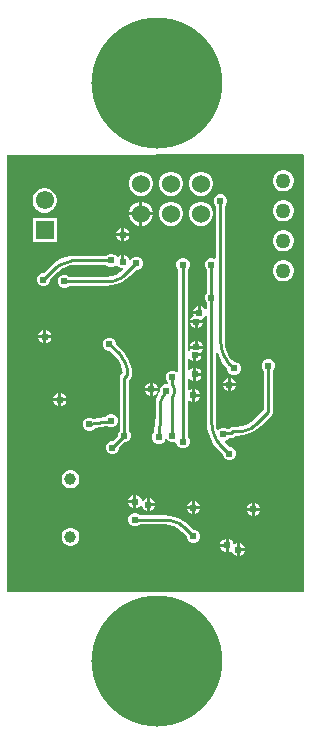
<source format=gbl>
G04*
G04 #@! TF.GenerationSoftware,Altium Limited,Altium Designer,21.7.2 (23)*
G04*
G04 Layer_Physical_Order=2*
G04 Layer_Color=16711680*
%FSLAX25Y25*%
%MOIN*%
G70*
G04*
G04 #@! TF.SameCoordinates,CA949D71-B4BB-4DE7-8204-7DD0AF16861B*
G04*
G04*
G04 #@! TF.FilePolarity,Positive*
G04*
G01*
G75*
%ADD14C,0.01000*%
%ADD15C,0.00236*%
%ADD30C,0.06102*%
%ADD31R,0.06102X0.06102*%
%ADD43C,0.43700*%
%ADD44C,0.03937*%
%ADD45C,0.06000*%
%ADD46C,0.02400*%
%ADD47C,0.05000*%
G36*
X215000Y246645D02*
Y101000D01*
X116000D01*
Y246500D01*
X214646Y246998D01*
X215000Y246645D01*
D02*
G37*
%LPC*%
G36*
X208461Y241500D02*
X207539D01*
X206649Y241262D01*
X205851Y240801D01*
X205199Y240149D01*
X204738Y239351D01*
X204500Y238461D01*
Y237539D01*
X204738Y236649D01*
X205199Y235851D01*
X205851Y235199D01*
X206649Y234738D01*
X207539Y234500D01*
X208461D01*
X209351Y234738D01*
X210149Y235199D01*
X210801Y235851D01*
X211262Y236649D01*
X211500Y237539D01*
Y238461D01*
X211262Y239351D01*
X210801Y240149D01*
X210149Y240801D01*
X209351Y241262D01*
X208461Y241500D01*
D02*
G37*
G36*
X181027Y241000D02*
X179973D01*
X178956Y240727D01*
X178044Y240201D01*
X177299Y239456D01*
X176773Y238544D01*
X176500Y237527D01*
Y236473D01*
X176773Y235456D01*
X177299Y234544D01*
X178044Y233799D01*
X178956Y233273D01*
X179973Y233000D01*
X181027D01*
X182044Y233273D01*
X182956Y233799D01*
X183701Y234544D01*
X184227Y235456D01*
X184500Y236473D01*
Y237527D01*
X184227Y238544D01*
X183701Y239456D01*
X182956Y240201D01*
X182044Y240727D01*
X181027Y241000D01*
D02*
G37*
G36*
X171027D02*
X169973D01*
X168956Y240727D01*
X168044Y240201D01*
X167299Y239456D01*
X166773Y238544D01*
X166500Y237527D01*
Y236473D01*
X166773Y235456D01*
X167299Y234544D01*
X168044Y233799D01*
X168956Y233273D01*
X169973Y233000D01*
X171027D01*
X172044Y233273D01*
X172956Y233799D01*
X173701Y234544D01*
X174227Y235456D01*
X174500Y236473D01*
Y237527D01*
X174227Y238544D01*
X173701Y239456D01*
X172956Y240201D01*
X172044Y240727D01*
X171027Y241000D01*
D02*
G37*
G36*
X161027D02*
X159973D01*
X158956Y240727D01*
X158044Y240201D01*
X157299Y239456D01*
X156773Y238544D01*
X156500Y237527D01*
Y236473D01*
X156773Y235456D01*
X157299Y234544D01*
X158044Y233799D01*
X158956Y233273D01*
X159973Y233000D01*
X161027D01*
X162044Y233273D01*
X162956Y233799D01*
X163701Y234544D01*
X164227Y235456D01*
X164500Y236473D01*
Y237527D01*
X164227Y238544D01*
X163701Y239456D01*
X162956Y240201D01*
X162044Y240727D01*
X161027Y241000D01*
D02*
G37*
G36*
Y231000D02*
X161000D01*
Y227500D01*
X164500D01*
Y227527D01*
X164227Y228544D01*
X163701Y229456D01*
X162956Y230201D01*
X162044Y230727D01*
X161027Y231000D01*
D02*
G37*
G36*
X160000D02*
X159973D01*
X158956Y230727D01*
X158044Y230201D01*
X157299Y229456D01*
X156773Y228544D01*
X156500Y227527D01*
Y227500D01*
X160000D01*
Y231000D01*
D02*
G37*
G36*
X128966Y235472D02*
X127900D01*
X126869Y235196D01*
X125945Y234663D01*
X125191Y233909D01*
X124658Y232985D01*
X124382Y231955D01*
Y230888D01*
X124658Y229857D01*
X125191Y228934D01*
X125945Y228179D01*
X126869Y227646D01*
X127900Y227370D01*
X128966D01*
X129997Y227646D01*
X130921Y228179D01*
X131675Y228934D01*
X132208Y229857D01*
X132484Y230888D01*
Y231955D01*
X132208Y232985D01*
X131675Y233909D01*
X130921Y234663D01*
X129997Y235196D01*
X128966Y235472D01*
D02*
G37*
G36*
X208461Y231500D02*
X207539D01*
X206649Y231261D01*
X205851Y230801D01*
X205199Y230149D01*
X204738Y229351D01*
X204500Y228461D01*
Y227539D01*
X204738Y226649D01*
X205199Y225851D01*
X205851Y225199D01*
X206649Y224739D01*
X207539Y224500D01*
X208461D01*
X209351Y224739D01*
X210149Y225199D01*
X210801Y225851D01*
X211262Y226649D01*
X211500Y227539D01*
Y228461D01*
X211262Y229351D01*
X210801Y230149D01*
X210149Y230801D01*
X209351Y231261D01*
X208461Y231500D01*
D02*
G37*
G36*
X181027Y231000D02*
X179973D01*
X178956Y230727D01*
X178044Y230201D01*
X177299Y229456D01*
X176773Y228544D01*
X176500Y227527D01*
Y226473D01*
X176773Y225456D01*
X177299Y224544D01*
X178044Y223799D01*
X178956Y223273D01*
X179973Y223000D01*
X181027D01*
X182044Y223273D01*
X182956Y223799D01*
X183701Y224544D01*
X184227Y225456D01*
X184500Y226473D01*
Y227527D01*
X184227Y228544D01*
X183701Y229456D01*
X182956Y230201D01*
X182044Y230727D01*
X181027Y231000D01*
D02*
G37*
G36*
X171027D02*
X169973D01*
X168956Y230727D01*
X168044Y230201D01*
X167299Y229456D01*
X166773Y228544D01*
X166500Y227527D01*
Y226473D01*
X166773Y225456D01*
X167299Y224544D01*
X168044Y223799D01*
X168956Y223273D01*
X169973Y223000D01*
X171027D01*
X172044Y223273D01*
X172956Y223799D01*
X173701Y224544D01*
X174227Y225456D01*
X174500Y226473D01*
Y227527D01*
X174227Y228544D01*
X173701Y229456D01*
X172956Y230201D01*
X172044Y230727D01*
X171027Y231000D01*
D02*
G37*
G36*
X164500Y226500D02*
X161000D01*
Y223000D01*
X161027D01*
X162044Y223273D01*
X162956Y223799D01*
X163701Y224544D01*
X164227Y225456D01*
X164500Y226473D01*
Y226500D01*
D02*
G37*
G36*
X160000D02*
X156500D01*
Y226473D01*
X156773Y225456D01*
X157299Y224544D01*
X158044Y223799D01*
X158956Y223273D01*
X159973Y223000D01*
X160000D01*
Y226500D01*
D02*
G37*
G36*
X155000Y222174D02*
Y220500D01*
X156674D01*
X156365Y221246D01*
X155746Y221865D01*
X155000Y222174D01*
D02*
G37*
G36*
X154000D02*
X153254Y221865D01*
X152635Y221246D01*
X152326Y220500D01*
X154000D01*
Y222174D01*
D02*
G37*
G36*
X156674Y219500D02*
X155000D01*
Y217826D01*
X155746Y218135D01*
X156365Y218754D01*
X156674Y219500D01*
D02*
G37*
G36*
X154000D02*
X152326D01*
X152635Y218754D01*
X153254Y218135D01*
X154000Y217826D01*
Y219500D01*
D02*
G37*
G36*
X132484Y225630D02*
X124382D01*
Y217527D01*
X132484D01*
Y225630D01*
D02*
G37*
G36*
X208461Y221500D02*
X207539D01*
X206649Y221262D01*
X205851Y220801D01*
X205199Y220149D01*
X204738Y219351D01*
X204500Y218461D01*
Y217539D01*
X204738Y216649D01*
X205199Y215851D01*
X205851Y215199D01*
X206649Y214738D01*
X207539Y214500D01*
X208461D01*
X209351Y214738D01*
X210149Y215199D01*
X210801Y215851D01*
X211262Y216649D01*
X211500Y217539D01*
Y218461D01*
X211262Y219351D01*
X210801Y220149D01*
X210149Y220801D01*
X209351Y221262D01*
X208461Y221500D01*
D02*
G37*
G36*
X150938Y213700D02*
X150062D01*
X149254Y213365D01*
X148918Y213029D01*
X138642D01*
Y213036D01*
X136838Y212894D01*
X135078Y212471D01*
X133405Y211778D01*
X131862Y210833D01*
X130485Y209657D01*
X130490Y209652D01*
X128037Y207200D01*
X127562D01*
X126754Y206865D01*
X126135Y206246D01*
X125800Y205438D01*
Y204562D01*
X126135Y203754D01*
X126754Y203135D01*
X127562Y202800D01*
X128438D01*
X129246Y203135D01*
X129865Y203754D01*
X130200Y204562D01*
Y205037D01*
X132652Y207490D01*
X132691Y207547D01*
X133925Y208560D01*
X135393Y209345D01*
X136986Y209828D01*
X138574Y209984D01*
X138642Y209971D01*
X148918D01*
X149254Y209635D01*
X150062Y209300D01*
X150938D01*
X151746Y209635D01*
X152027Y209915D01*
X152617Y209798D01*
X152635Y209754D01*
X153254Y209135D01*
X154062Y208800D01*
X154444D01*
X154623Y208300D01*
X153575Y207440D01*
X152107Y206655D01*
X150514Y206172D01*
X148926Y206016D01*
X148858Y206029D01*
X136582D01*
X136246Y206365D01*
X135438Y206700D01*
X134562D01*
X133754Y206365D01*
X133135Y205746D01*
X132800Y204938D01*
Y204062D01*
X133135Y203254D01*
X133754Y202635D01*
X134562Y202300D01*
X135438D01*
X136246Y202635D01*
X136582Y202971D01*
X148858D01*
Y202964D01*
X150662Y203106D01*
X152422Y203529D01*
X154095Y204222D01*
X155638Y205168D01*
X157015Y206343D01*
X157010Y206347D01*
X158963Y208300D01*
X159438D01*
X160246Y208635D01*
X160865Y209254D01*
X161200Y210062D01*
Y210938D01*
X160865Y211746D01*
X160246Y212365D01*
X159438Y212700D01*
X158562D01*
X157754Y212365D01*
X157135Y211746D01*
X157124Y211720D01*
X156583D01*
X156365Y212246D01*
X155746Y212865D01*
X155000Y213174D01*
Y211000D01*
X154000D01*
Y213174D01*
X153254Y212865D01*
X152973Y212584D01*
X152383Y212702D01*
X152365Y212746D01*
X151746Y213365D01*
X150938Y213700D01*
D02*
G37*
G36*
X187454Y233500D02*
X186579D01*
X185770Y233165D01*
X185151Y232546D01*
X184816Y231738D01*
Y230863D01*
X185151Y230054D01*
X185487Y229718D01*
Y212278D01*
X184987Y211972D01*
X184438Y212200D01*
X183562D01*
X182754Y211865D01*
X182135Y211246D01*
X181800Y210438D01*
Y209562D01*
X182135Y208754D01*
X182471Y208418D01*
Y200582D01*
X182135Y200246D01*
X181800Y199438D01*
Y198562D01*
X182135Y197754D01*
X182471Y197418D01*
Y195091D01*
X181971Y194991D01*
X181865Y195246D01*
X181246Y195865D01*
X180500Y196174D01*
Y194000D01*
X180000D01*
Y193500D01*
X177826D01*
X178040Y192983D01*
X177754Y192865D01*
X177135Y192246D01*
X176826Y191500D01*
X181174D01*
X180960Y192016D01*
X181246Y192135D01*
X181865Y192754D01*
X181971Y193009D01*
X182471Y192909D01*
Y157142D01*
X182464D01*
X182606Y155338D01*
X183029Y153577D01*
X183722Y151905D01*
X184668Y150362D01*
X185843Y148985D01*
X185847Y148990D01*
X187800Y147037D01*
Y146562D01*
X188135Y145754D01*
X188754Y145135D01*
X189562Y144800D01*
X190438D01*
X191246Y145135D01*
X191865Y145754D01*
X192200Y146562D01*
Y147438D01*
X191865Y148246D01*
X191246Y148865D01*
X190438Y149200D01*
X189963D01*
X188363Y150800D01*
X188393Y151005D01*
X188531Y151339D01*
X189246Y151635D01*
X189850Y152239D01*
X190468D01*
X191053Y152355D01*
X191549Y152686D01*
X191833Y152971D01*
X192358D01*
Y152964D01*
X194162Y153106D01*
X195923Y153529D01*
X197595Y154222D01*
X199138Y155167D01*
X200515Y156343D01*
X200510Y156348D01*
X204081Y159919D01*
X204413Y160415D01*
X204529Y161000D01*
Y174804D01*
X204789Y175063D01*
X205123Y175872D01*
Y176747D01*
X204789Y177556D01*
X204170Y178174D01*
X203361Y178509D01*
X202486D01*
X201677Y178174D01*
X201058Y177556D01*
X200724Y176747D01*
Y175872D01*
X201058Y175063D01*
X201471Y174651D01*
Y161634D01*
X198347Y158510D01*
X198309Y158453D01*
X197075Y157440D01*
X195607Y156655D01*
X194014Y156172D01*
X192426Y156016D01*
X192358Y156029D01*
X191200D01*
X190615Y155913D01*
X190119Y155581D01*
X189834Y155297D01*
X189314D01*
X189246Y155365D01*
X188438Y155700D01*
X187562D01*
X186754Y155365D01*
X186353Y154964D01*
X185787Y155106D01*
X185672Y155486D01*
X185516Y157074D01*
X185529Y157142D01*
Y180568D01*
X186029Y180627D01*
X186045Y180561D01*
X186738Y178889D01*
X187684Y177346D01*
X188859Y175969D01*
X188864Y175973D01*
X189300Y175537D01*
Y175062D01*
X189635Y174254D01*
X190254Y173635D01*
X191062Y173300D01*
X191938D01*
X192746Y173635D01*
X193365Y174254D01*
X193700Y175062D01*
Y175938D01*
X193365Y176746D01*
X192746Y177365D01*
X191938Y177700D01*
X191463D01*
X191027Y178136D01*
X190969Y178175D01*
X189956Y179409D01*
X189172Y180877D01*
X188689Y182469D01*
X188532Y184058D01*
X188546Y184126D01*
Y229718D01*
X188881Y230054D01*
X189216Y230863D01*
Y231738D01*
X188881Y232546D01*
X188262Y233165D01*
X187454Y233500D01*
D02*
G37*
G36*
X208461Y211500D02*
X207539D01*
X206649Y211262D01*
X205851Y210801D01*
X205199Y210149D01*
X204738Y209351D01*
X204500Y208461D01*
Y207539D01*
X204738Y206649D01*
X205199Y205851D01*
X205851Y205199D01*
X206649Y204738D01*
X207539Y204500D01*
X208461D01*
X209351Y204738D01*
X210149Y205199D01*
X210801Y205851D01*
X211262Y206649D01*
X211500Y207539D01*
Y208461D01*
X211262Y209351D01*
X210801Y210149D01*
X210149Y210801D01*
X209351Y211262D01*
X208461Y211500D01*
D02*
G37*
G36*
X179500Y196174D02*
X178754Y195865D01*
X178135Y195246D01*
X177826Y194500D01*
X179500D01*
Y196174D01*
D02*
G37*
G36*
X181174Y190500D02*
X179500D01*
Y188826D01*
X180246Y189135D01*
X180865Y189754D01*
X181174Y190500D01*
D02*
G37*
G36*
X178500D02*
X176826D01*
X177135Y189754D01*
X177754Y189135D01*
X178500Y188826D01*
Y190500D01*
D02*
G37*
G36*
X129000Y188174D02*
Y186500D01*
X130674D01*
X130365Y187246D01*
X129746Y187865D01*
X129000Y188174D01*
D02*
G37*
G36*
X128000D02*
X127254Y187865D01*
X126635Y187246D01*
X126326Y186500D01*
X128000D01*
Y188174D01*
D02*
G37*
G36*
X130674Y185500D02*
X129000D01*
Y183826D01*
X129746Y184135D01*
X130365Y184754D01*
X130674Y185500D01*
D02*
G37*
G36*
X128000D02*
X126326D01*
X126635Y184754D01*
X127254Y184135D01*
X128000Y183826D01*
Y185500D01*
D02*
G37*
G36*
X179500Y184674D02*
Y183000D01*
X181174D01*
X180865Y183746D01*
X180246Y184365D01*
X179500Y184674D01*
D02*
G37*
G36*
X178500D02*
X177754Y184365D01*
X177135Y183746D01*
X176826Y183000D01*
X178500D01*
Y184674D01*
D02*
G37*
G36*
X180674Y179500D02*
X179000D01*
Y177826D01*
X179746Y178135D01*
X180365Y178754D01*
X180674Y179500D01*
D02*
G37*
G36*
X174938Y212200D02*
X174062D01*
X173254Y211865D01*
X172635Y211246D01*
X172300Y210438D01*
Y209562D01*
X172635Y208754D01*
X172971Y208418D01*
Y174348D01*
X172471Y174141D01*
X172246Y174365D01*
X171438Y174700D01*
X170562D01*
X169754Y174365D01*
X169135Y173746D01*
X168800Y172938D01*
Y172062D01*
X169135Y171254D01*
X169471Y170918D01*
Y170222D01*
X169438Y170200D01*
X168562D01*
X167754Y169865D01*
X167135Y169246D01*
X166800Y168438D01*
Y167749D01*
X166651Y167567D01*
X165827Y166025D01*
X165719Y165823D01*
X165719Y165823D01*
X165629Y165561D01*
X165629Y165561D01*
X165453Y164675D01*
X165465Y164675D01*
X165471Y164668D01*
Y159142D01*
X165479Y159100D01*
X165353Y157502D01*
X165056Y156266D01*
X165057Y156266D01*
X165086Y156251D01*
X164953Y155583D01*
X164965Y155583D01*
X164971Y155576D01*
Y154082D01*
X164635Y153746D01*
X164300Y152938D01*
Y152062D01*
X164635Y151254D01*
X165254Y150635D01*
X166062Y150300D01*
X166938D01*
X167746Y150635D01*
X168365Y151254D01*
X168583Y151780D01*
X169124D01*
X169135Y151754D01*
X169754Y151135D01*
X170562Y150800D01*
X171438D01*
X171800Y150950D01*
X172300Y150616D01*
Y150562D01*
X172635Y149754D01*
X173254Y149135D01*
X174062Y148800D01*
X174938D01*
X175746Y149135D01*
X176365Y149754D01*
X176700Y150562D01*
Y151438D01*
X176365Y152246D01*
X176029Y152582D01*
Y164652D01*
X176529Y164859D01*
X176754Y164635D01*
X177500Y164326D01*
Y166500D01*
Y168674D01*
X176754Y168365D01*
X176529Y168141D01*
X176029Y168348D01*
Y172409D01*
X176529Y172509D01*
X176635Y172254D01*
X177254Y171635D01*
X178000Y171326D01*
Y173500D01*
Y175674D01*
X177254Y175365D01*
X176635Y174746D01*
X176529Y174491D01*
X176029Y174591D01*
Y178909D01*
X176529Y179009D01*
X176635Y178754D01*
X177254Y178135D01*
X178000Y177826D01*
Y180000D01*
X178500D01*
Y180500D01*
X180674D01*
X180509Y180898D01*
X180865Y181254D01*
X181174Y182000D01*
X176826D01*
X176991Y181602D01*
X176635Y181246D01*
X176529Y180991D01*
X176029Y181091D01*
Y208418D01*
X176365Y208754D01*
X176700Y209562D01*
Y210438D01*
X176365Y211246D01*
X175746Y211865D01*
X174938Y212200D01*
D02*
G37*
G36*
X179000Y175674D02*
Y174000D01*
X180674D01*
X180365Y174746D01*
X179746Y175365D01*
X179000Y175674D01*
D02*
G37*
G36*
X180674Y173000D02*
X179000D01*
Y171326D01*
X179746Y171635D01*
X180365Y172254D01*
X180674Y173000D01*
D02*
G37*
G36*
X190500Y172174D02*
Y170500D01*
X192174D01*
X191865Y171246D01*
X191246Y171865D01*
X190500Y172174D01*
D02*
G37*
G36*
X189500D02*
X188754Y171865D01*
X188135Y171246D01*
X187826Y170500D01*
X189500D01*
Y172174D01*
D02*
G37*
G36*
X164500Y170674D02*
Y169000D01*
X166174D01*
X165865Y169746D01*
X165246Y170365D01*
X164500Y170674D01*
D02*
G37*
G36*
X163500D02*
X162754Y170365D01*
X162135Y169746D01*
X161826Y169000D01*
X163500D01*
Y170674D01*
D02*
G37*
G36*
X192174Y169500D02*
X190500D01*
Y167826D01*
X191246Y168135D01*
X191865Y168754D01*
X192174Y169500D01*
D02*
G37*
G36*
X189500D02*
X187826D01*
X188135Y168754D01*
X188754Y168135D01*
X189500Y167826D01*
Y169500D01*
D02*
G37*
G36*
X178500Y168674D02*
Y167000D01*
X180174D01*
X179865Y167746D01*
X179246Y168365D01*
X178500Y168674D01*
D02*
G37*
G36*
X166174Y168000D02*
X164500D01*
Y166326D01*
X165246Y166635D01*
X165865Y167254D01*
X166174Y168000D01*
D02*
G37*
G36*
X163500D02*
X161826D01*
X162135Y167254D01*
X162754Y166635D01*
X163500Y166326D01*
Y168000D01*
D02*
G37*
G36*
X134000Y167174D02*
Y165500D01*
X135674D01*
X135365Y166246D01*
X134746Y166865D01*
X134000Y167174D01*
D02*
G37*
G36*
X133000D02*
X132254Y166865D01*
X131635Y166246D01*
X131326Y165500D01*
X133000D01*
Y167174D01*
D02*
G37*
G36*
X180174Y166000D02*
X178500D01*
Y164326D01*
X179246Y164635D01*
X179865Y165254D01*
X180174Y166000D01*
D02*
G37*
G36*
X135674Y164500D02*
X134000D01*
Y162826D01*
X134746Y163135D01*
X135365Y163754D01*
X135674Y164500D01*
D02*
G37*
G36*
X133000D02*
X131326D01*
X131635Y163754D01*
X132254Y163135D01*
X133000Y162826D01*
Y164500D01*
D02*
G37*
G36*
X150938Y160200D02*
X150062D01*
X149254Y159865D01*
X148636Y159247D01*
X144678Y158605D01*
X144581Y158703D01*
X143772Y159038D01*
X142897D01*
X142088Y158703D01*
X141470Y158084D01*
X141135Y157275D01*
Y156400D01*
X141470Y155591D01*
X142088Y154973D01*
X142897Y154638D01*
X143772D01*
X144581Y154973D01*
X145199Y155591D01*
X149156Y156233D01*
X149254Y156135D01*
X150062Y155800D01*
X150938D01*
X151746Y156135D01*
X152365Y156754D01*
X152700Y157562D01*
Y158438D01*
X152365Y159246D01*
X151746Y159865D01*
X150938Y160200D01*
D02*
G37*
G36*
X150438Y185700D02*
X149562D01*
X148754Y185365D01*
X148135Y184746D01*
X147800Y183938D01*
Y183062D01*
X148135Y182254D01*
X148754Y181635D01*
X149562Y181300D01*
X150037D01*
X151990Y179348D01*
X152047Y179309D01*
X153060Y178075D01*
X153845Y176607D01*
X154328Y175014D01*
X154432Y173953D01*
X153919Y173439D01*
X153587Y172943D01*
X153471Y172358D01*
Y154582D01*
X153135Y154246D01*
X152800Y153438D01*
Y152963D01*
X151037Y151200D01*
X150562D01*
X149754Y150865D01*
X149135Y150246D01*
X148800Y149438D01*
Y148562D01*
X149135Y147754D01*
X149754Y147135D01*
X150562Y146800D01*
X151438D01*
X152246Y147135D01*
X152865Y147754D01*
X153200Y148562D01*
Y149037D01*
X154963Y150800D01*
X155438D01*
X156246Y151135D01*
X156865Y151754D01*
X157200Y152562D01*
Y153438D01*
X156865Y154246D01*
X156529Y154582D01*
Y171724D01*
X157081Y172276D01*
X157413Y172773D01*
X157529Y173358D01*
X157536D01*
X157394Y175162D01*
X156971Y176923D01*
X156278Y178595D01*
X155333Y180138D01*
X154157Y181515D01*
X154153Y181510D01*
X152200Y183463D01*
Y183938D01*
X151865Y184746D01*
X151246Y185365D01*
X150438Y185700D01*
D02*
G37*
G36*
X137391Y141469D02*
X136609D01*
X135854Y141266D01*
X135177Y140875D01*
X134625Y140323D01*
X134234Y139646D01*
X134031Y138891D01*
Y138109D01*
X134234Y137354D01*
X134625Y136677D01*
X135177Y136125D01*
X135854Y135734D01*
X136609Y135531D01*
X137391D01*
X138146Y135734D01*
X138823Y136125D01*
X139375Y136677D01*
X139766Y137354D01*
X139969Y138109D01*
Y138891D01*
X139766Y139646D01*
X139375Y140323D01*
X138823Y140875D01*
X138146Y141266D01*
X137391Y141469D01*
D02*
G37*
G36*
X158000Y133174D02*
X157254Y132865D01*
X156635Y132246D01*
X156326Y131500D01*
X158000D01*
Y133174D01*
D02*
G37*
G36*
X163500Y132174D02*
Y130500D01*
X165174D01*
X164865Y131246D01*
X164246Y131865D01*
X163500Y132174D01*
D02*
G37*
G36*
X178500Y131174D02*
Y129500D01*
X180174D01*
X179865Y130246D01*
X179246Y130865D01*
X178500Y131174D01*
D02*
G37*
G36*
X177500D02*
X176754Y130865D01*
X176135Y130246D01*
X175826Y129500D01*
X177500D01*
Y131174D01*
D02*
G37*
G36*
X198500Y130674D02*
Y129000D01*
X200174D01*
X199865Y129746D01*
X199246Y130365D01*
X198500Y130674D01*
D02*
G37*
G36*
X197500D02*
X196754Y130365D01*
X196135Y129746D01*
X195826Y129000D01*
X197500D01*
Y130674D01*
D02*
G37*
G36*
X158000Y130500D02*
X156326D01*
X156635Y129754D01*
X157254Y129135D01*
X158000Y128826D01*
Y130500D01*
D02*
G37*
G36*
X165174Y129500D02*
X163500D01*
Y127826D01*
X164246Y128135D01*
X164865Y128754D01*
X165174Y129500D01*
D02*
G37*
G36*
X159000Y133174D02*
Y131000D01*
Y128826D01*
X159746Y129135D01*
X160300Y129689D01*
X160630Y129628D01*
X160808Y129543D01*
X161135Y128754D01*
X161754Y128135D01*
X162500Y127826D01*
Y130000D01*
Y132174D01*
X161754Y131865D01*
X161200Y131311D01*
X160870Y131372D01*
X160692Y131457D01*
X160365Y132246D01*
X159746Y132865D01*
X159000Y133174D01*
D02*
G37*
G36*
X180174Y128500D02*
X178500D01*
Y126826D01*
X179246Y127135D01*
X179865Y127754D01*
X180174Y128500D01*
D02*
G37*
G36*
X177500D02*
X175826D01*
X176135Y127754D01*
X176754Y127135D01*
X177500Y126826D01*
Y128500D01*
D02*
G37*
G36*
X200174Y128000D02*
X198500D01*
Y126326D01*
X199246Y126635D01*
X199865Y127254D01*
X200174Y128000D01*
D02*
G37*
G36*
X197500D02*
X195826D01*
X196135Y127254D01*
X196754Y126635D01*
X197500Y126326D01*
Y128000D01*
D02*
G37*
G36*
X158938Y127200D02*
X158062D01*
X157254Y126865D01*
X156635Y126246D01*
X156300Y125438D01*
Y124562D01*
X156635Y123754D01*
X157254Y123135D01*
X158062Y122800D01*
X158938D01*
X159746Y123135D01*
X160082Y123471D01*
X168358D01*
X168426Y123484D01*
X170014Y123328D01*
X171607Y122845D01*
X173075Y122060D01*
X174309Y121047D01*
X174347Y120990D01*
X175800Y119537D01*
Y119062D01*
X176135Y118254D01*
X176754Y117635D01*
X177562Y117300D01*
X178438D01*
X179246Y117635D01*
X179865Y118254D01*
X180200Y119062D01*
Y119938D01*
X179865Y120746D01*
X179246Y121365D01*
X178438Y121700D01*
X177963D01*
X176510Y123152D01*
X176515Y123157D01*
X175138Y124332D01*
X173595Y125278D01*
X171923Y125971D01*
X170162Y126393D01*
X168358Y126536D01*
Y126529D01*
X160082D01*
X159746Y126865D01*
X158938Y127200D01*
D02*
G37*
G36*
X188696Y118676D02*
X187950Y118367D01*
X187331Y117748D01*
X187022Y117001D01*
X188696D01*
Y118676D01*
D02*
G37*
G36*
X137391Y122256D02*
X136609D01*
X135854Y122054D01*
X135177Y121663D01*
X134625Y121110D01*
X134234Y120433D01*
X134031Y119678D01*
Y118897D01*
X134234Y118142D01*
X134625Y117465D01*
X135177Y116912D01*
X135854Y116521D01*
X136609Y116319D01*
X137391D01*
X138146Y116521D01*
X138823Y116912D01*
X139375Y117465D01*
X139766Y118142D01*
X139969Y118897D01*
Y119678D01*
X139766Y120433D01*
X139375Y121110D01*
X138823Y121663D01*
X138146Y122054D01*
X137391Y122256D01*
D02*
G37*
G36*
X193500Y117174D02*
Y115500D01*
X195174D01*
X194865Y116246D01*
X194246Y116865D01*
X193500Y117174D01*
D02*
G37*
G36*
X188696Y116001D02*
X187022D01*
X187331Y115255D01*
X187950Y114636D01*
X188696Y114327D01*
Y116001D01*
D02*
G37*
G36*
X195174Y114500D02*
X193500D01*
Y112826D01*
X194246Y113135D01*
X194865Y113754D01*
X195174Y114500D01*
D02*
G37*
G36*
X189696Y118676D02*
Y116501D01*
Y114327D01*
X190300Y114577D01*
X190551Y114570D01*
X190881Y114368D01*
X191135Y113754D01*
X191754Y113135D01*
X192500Y112826D01*
Y115000D01*
Y117174D01*
X191896Y116924D01*
X191645Y116932D01*
X191315Y117134D01*
X191061Y117748D01*
X190442Y118367D01*
X189696Y118676D01*
D02*
G37*
%LPD*%
D14*
X148858Y204500D02*
X149838Y204548D01*
X150809Y204692D01*
X151761Y204931D01*
X152685Y205261D01*
X153572Y205681D01*
X154414Y206185D01*
X155202Y206770D01*
X155929Y207429D01*
X138642Y211500D02*
X137662Y211452D01*
X136691Y211308D01*
X135739Y211069D01*
X134815Y210739D01*
X133928Y210319D01*
X133086Y209815D01*
X132298Y209230D01*
X131571Y208571D01*
X187016Y184126D02*
X187064Y183146D01*
X187208Y182175D01*
X187447Y181223D01*
X187777Y180299D01*
X188197Y179412D01*
X188701Y178570D01*
X189286Y177782D01*
X189945Y177055D01*
X171188Y166418D02*
X171000Y165839D01*
Y170161D02*
X171187Y169583D01*
X171188Y166418D02*
X171642Y167441D01*
X171641Y168560D01*
X171187Y169583D01*
X169000Y168000D02*
X168401Y167335D01*
X167875Y166611D01*
X167428Y165835D01*
X167065Y165018D01*
X166537Y155842D02*
X166500Y155576D01*
X167065Y165018D02*
X167000Y164668D01*
X166537Y155842D02*
X166794Y156926D01*
X166948Y158029D01*
X167000Y159142D01*
X203000Y176125D02*
X202923Y176309D01*
X184000Y157142D02*
X184048Y156162D01*
X184192Y155191D01*
X184431Y154239D01*
X184761Y153315D01*
X185181Y152428D01*
X185685Y151586D01*
X186270Y150798D01*
X186929Y150071D01*
X156000Y173358D02*
X155952Y174338D01*
X155808Y175309D01*
X155569Y176261D01*
X155239Y177185D01*
X154819Y178072D01*
X154315Y178914D01*
X153730Y179702D01*
X153071Y180429D01*
X175429Y122071D02*
X174702Y122730D01*
X173914Y123315D01*
X173072Y123819D01*
X172185Y124239D01*
X171261Y124569D01*
X170309Y124808D01*
X169338Y124952D01*
X168358Y125000D01*
X192358Y154500D02*
X193338Y154548D01*
X194309Y154692D01*
X195261Y154931D01*
X196185Y155261D01*
X197072Y155681D01*
X197914Y156185D01*
X198702Y156770D01*
X199429Y157429D01*
X143335Y156838D02*
X150500Y158000D01*
X155929Y207429D02*
X159000Y210500D01*
X128000Y205000D02*
X131571Y208571D01*
X187016Y184126D02*
Y231300D01*
X189945Y177055D02*
X191500Y175500D01*
X184000Y199000D02*
Y210000D01*
X174500Y151000D02*
Y210000D01*
X171000Y170161D02*
Y172500D01*
Y170161D02*
Y170161D01*
Y153000D02*
Y165839D01*
X166500Y152500D02*
Y155576D01*
X167000Y159142D02*
Y164668D01*
X184000Y157142D02*
Y199000D01*
X155000Y153000D02*
Y172358D01*
X156000Y173358D01*
X138642Y211500D02*
X150500D01*
X203000Y161000D02*
Y176125D01*
X186929Y150071D02*
X190000Y147000D01*
X188268Y153768D02*
X190468D01*
X191200Y154500D02*
X192358D01*
X188000Y153500D02*
X188268Y153768D01*
X190468D02*
X191200Y154500D01*
X151000Y149000D02*
X155000Y153000D01*
X150000Y183500D02*
X153071Y180429D01*
X135000Y204500D02*
X148858D01*
X175429Y122071D02*
X178000Y119500D01*
X158500Y125000D02*
X168358D01*
X199429Y157429D02*
X203000Y161000D01*
D15*
X155074Y200500D02*
X153762D01*
X153500Y200238D01*
Y199713D01*
X153762Y199451D01*
X155074D01*
X153500Y197876D02*
Y198926D01*
X154550Y197876D01*
X154812D01*
X155074Y198139D01*
Y198663D01*
X154812Y198926D01*
D30*
X128433Y231421D02*
D03*
D31*
Y221579D02*
D03*
D43*
X166000Y78000D02*
D03*
Y270500D02*
D03*
D44*
X137000Y138500D02*
D03*
Y119287D02*
D03*
D45*
X160500Y227000D02*
D03*
X170500D02*
D03*
X180500D02*
D03*
Y237000D02*
D03*
X170500D02*
D03*
X160500D02*
D03*
D46*
X143335Y156838D02*
D03*
X133500Y165000D02*
D03*
X154500Y220000D02*
D03*
Y211000D02*
D03*
X164000Y168500D02*
D03*
X180000Y194000D02*
D03*
X179000Y191000D02*
D03*
X178500Y180000D02*
D03*
X179000Y182500D02*
D03*
X178500Y173500D02*
D03*
X198000Y128500D02*
D03*
X193000Y115000D02*
D03*
X189196Y116501D02*
D03*
X158500Y131000D02*
D03*
X163000Y130000D02*
D03*
X178000Y129000D02*
D03*
Y166500D02*
D03*
X190000Y170000D02*
D03*
X128500Y186000D02*
D03*
X128000Y205000D02*
D03*
X187016Y231300D02*
D03*
X184000Y210000D02*
D03*
X191500Y175500D02*
D03*
X174500Y210000D02*
D03*
Y151000D02*
D03*
X171000Y172500D02*
D03*
X169000Y168000D02*
D03*
X171000Y153000D02*
D03*
X166500Y152500D02*
D03*
X150500Y211500D02*
D03*
X202923Y176309D02*
D03*
X190000Y147000D02*
D03*
X188000Y153500D02*
D03*
X155000Y153000D02*
D03*
X151000Y149000D02*
D03*
X184000Y199000D02*
D03*
X150000Y183500D02*
D03*
X159000Y210500D02*
D03*
X135000Y204500D02*
D03*
X178000Y119500D02*
D03*
X158500Y125000D02*
D03*
X150500Y158000D02*
D03*
D47*
X208000Y238000D02*
D03*
Y228000D02*
D03*
Y218000D02*
D03*
Y208000D02*
D03*
M02*

</source>
